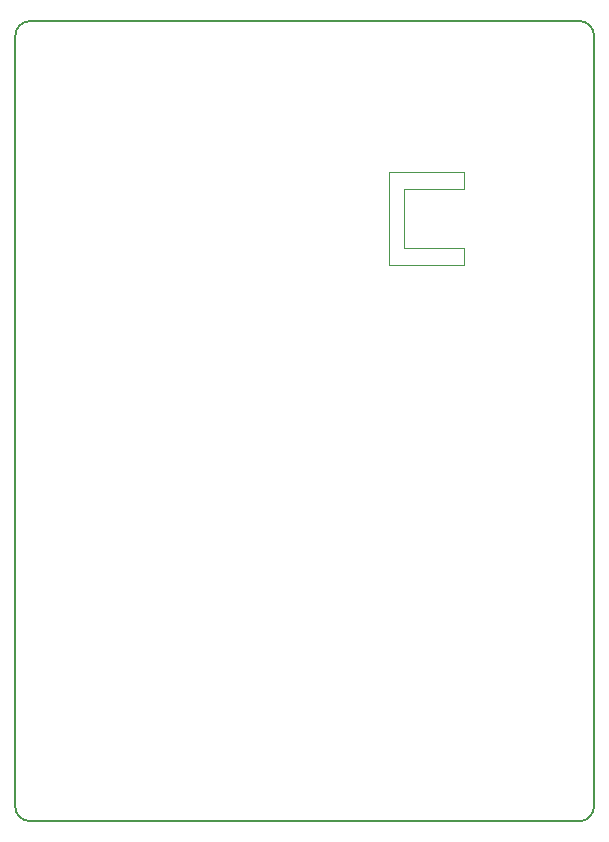
<source format=gm1>
%TF.GenerationSoftware,KiCad,Pcbnew,5.1.5+dfsg1-2build2*%
%TF.CreationDate,2021-01-24T18:27:10+01:00*%
%TF.ProjectId,Placa-Caja-Coccion,506c6163-612d-4436-916a-612d436f6363,rev?*%
%TF.SameCoordinates,Original*%
%TF.FileFunction,Profile,NP*%
%FSLAX46Y46*%
G04 Gerber Fmt 4.6, Leading zero omitted, Abs format (unit mm)*
G04 Created by KiCad (PCBNEW 5.1.5+dfsg1-2build2) date 2021-01-24 18:27:10*
%MOMM*%
%LPD*%
G04 APERTURE LIST*
%ADD10C,0.127000*%
%ADD11C,0.100000*%
G04 APERTURE END LIST*
D10*
X123999999Y-136250001D02*
G75*
G02X122750000Y-135000000I1J1250000D01*
G01*
X122750000Y-69750000D02*
G75*
G02X124000001Y-68500001I1250000J-1D01*
G01*
X170500001Y-68499999D02*
G75*
G02X171750000Y-69750000I-1J-1250000D01*
G01*
X171750000Y-135000000D02*
G75*
G02X170500000Y-136250000I-1250000J0D01*
G01*
D11*
X160750000Y-81250000D02*
X160750000Y-82750000D01*
X154375000Y-81250000D02*
X160750000Y-81250000D01*
X154375000Y-89200000D02*
X154375000Y-81250000D01*
X160750000Y-89200000D02*
X154375000Y-89200000D01*
X160750000Y-87750000D02*
X160750000Y-89200000D01*
X155650000Y-87750000D02*
X160750000Y-87750000D01*
X155650000Y-82750000D02*
X155650000Y-87750000D01*
X160750000Y-82750000D02*
X155650000Y-82750000D01*
D10*
X122750000Y-135000000D02*
X122750000Y-69750000D01*
X170500000Y-136250000D02*
X123999999Y-136250001D01*
X171750000Y-69750000D02*
X171750000Y-135000000D01*
X124000001Y-68500001D02*
X170500000Y-68503800D01*
M02*

</source>
